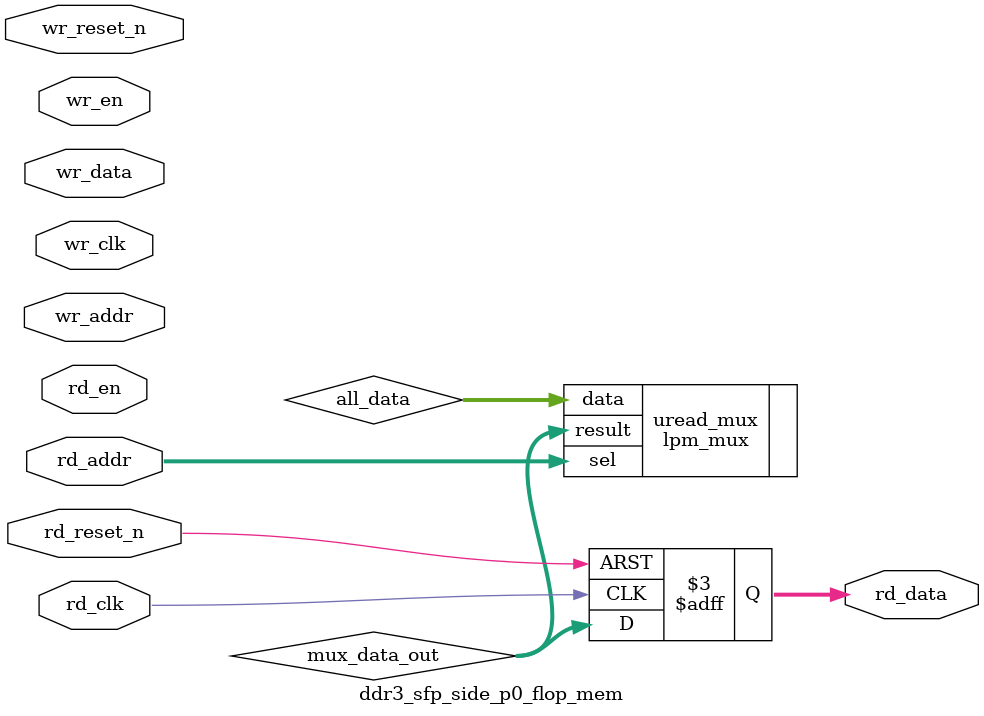
<source format=v>



`timescale 1 ps / 1 ps

(* altera_attribute = "-name ALLOW_SYNCH_CTRL_USAGE ON;-name AUTO_CLOCK_ENABLE_RECOGNITION ON" *)
module ddr3_sfp_side_p0_flop_mem(
	wr_reset_n,
	wr_clk,
	wr_en,
	wr_addr,
	wr_data,
	rd_reset_n,
	rd_clk,
	rd_en,
	rd_addr,
	rd_data
);

parameter WRITE_MEM_DEPTH	= "";
parameter WRITE_ADDR_WIDTH	= "";
parameter WRITE_DATA_WIDTH	= "";
parameter READ_MEM_DEPTH	= "";
parameter READ_ADDR_WIDTH	= "";		 
parameter READ_DATA_WIDTH	= "";


input	wr_reset_n;
input	wr_clk;
input	wr_en;
input	[WRITE_ADDR_WIDTH-1:0] wr_addr;
input	[WRITE_DATA_WIDTH-1:0] wr_data;
input	rd_reset_n;
input	rd_clk;
input	rd_en;
input	[READ_ADDR_WIDTH-1:0] rd_addr;
output	[READ_DATA_WIDTH-1:0] rd_data;



wire	[WRITE_DATA_WIDTH*WRITE_MEM_DEPTH-1:0] all_data;
wire	[READ_DATA_WIDTH-1:0] mux_data_out;



// declare a memory with WRITE_MEM_DEPTH entries
// each entry contains a data size of WRITE_DATA_WIDTH
reg	[WRITE_DATA_WIDTH-1:0] data_stored [0:WRITE_MEM_DEPTH-1] /* synthesis syn_preserve = 1 */;
reg	[READ_DATA_WIDTH-1:0] rd_data;

generate
genvar entry;
	for (entry=0; entry < WRITE_MEM_DEPTH; entry=entry+1)
	begin: mem_location
		assign all_data[(WRITE_DATA_WIDTH*(entry+1)-1) : (WRITE_DATA_WIDTH*entry)] = data_stored[entry]; 
		
		always @(posedge wr_clk or negedge wr_reset_n)
		begin
			if (~wr_reset_n) begin
				data_stored[entry] <= {WRITE_DATA_WIDTH{1'b0}};
			end else begin
				if (wr_en) begin
					if (entry == wr_addr) begin
						data_stored[entry] <= wr_data;
					end
				end
			end
		end		
	end
endgenerate

// mux to select the correct output data based on read address
lpm_mux	uread_mux(
	.sel (rd_addr),
	.data (all_data),
	.result (mux_data_out)
	// synopsys translate_off
	,
	.aclr (),
	.clken (),
	.clock ()
	// synopsys translate_on
	);
 defparam uread_mux.lpm_size = READ_MEM_DEPTH;
 defparam uread_mux.lpm_type = "LPM_MUX";
 defparam uread_mux.lpm_width = READ_DATA_WIDTH;
 defparam uread_mux.lpm_widths = READ_ADDR_WIDTH;

always @(posedge rd_clk or negedge rd_reset_n)	
begin
	if (~rd_reset_n) begin
		rd_data <= {READ_DATA_WIDTH{1'b0}};
	end else begin
		rd_data <= mux_data_out;
	end
end

endmodule

</source>
